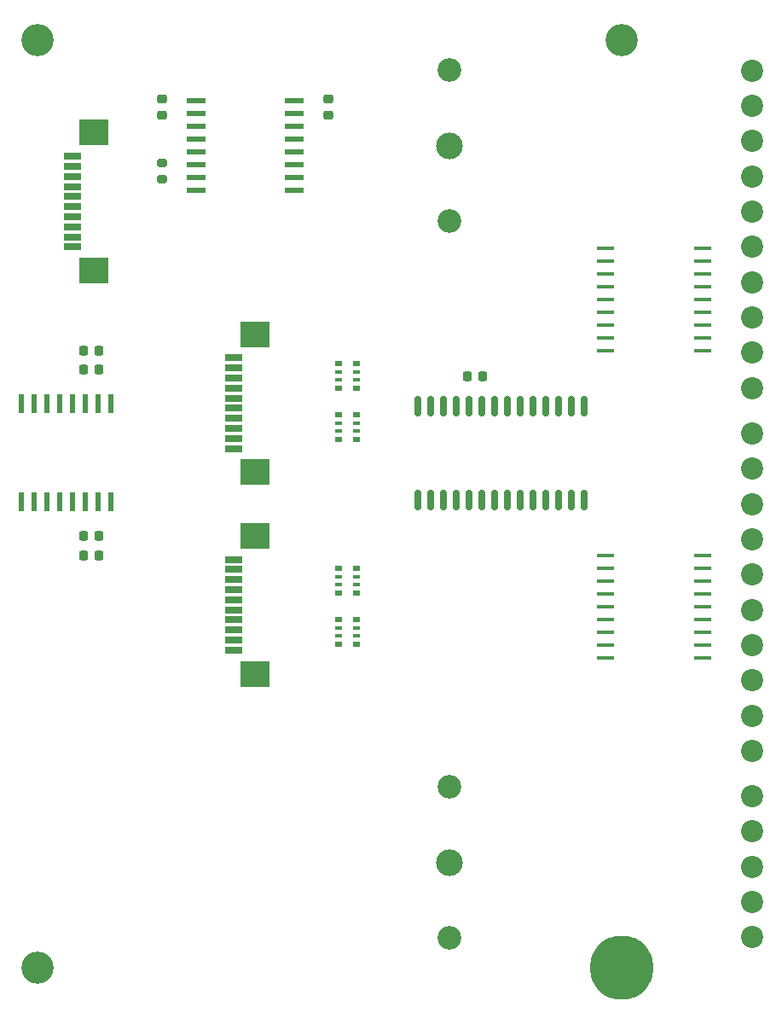
<source format=gbr>
%TF.GenerationSoftware,KiCad,Pcbnew,8.0.7-8.0.7-0~ubuntu24.04.1*%
%TF.CreationDate,2025-01-20T15:28:16+03:00*%
%TF.ProjectId,PM-DQ16-source,504d2d44-5131-4362-9d73-6f757263652e,rev?*%
%TF.SameCoordinates,Original*%
%TF.FileFunction,Soldermask,Top*%
%TF.FilePolarity,Negative*%
%FSLAX46Y46*%
G04 Gerber Fmt 4.6, Leading zero omitted, Abs format (unit mm)*
G04 Created by KiCad (PCBNEW 8.0.7-8.0.7-0~ubuntu24.04.1) date 2025-01-20 15:28:16*
%MOMM*%
%LPD*%
G01*
G04 APERTURE LIST*
G04 Aperture macros list*
%AMRoundRect*
0 Rectangle with rounded corners*
0 $1 Rounding radius*
0 $2 $3 $4 $5 $6 $7 $8 $9 X,Y pos of 4 corners*
0 Add a 4 corners polygon primitive as box body*
4,1,4,$2,$3,$4,$5,$6,$7,$8,$9,$2,$3,0*
0 Add four circle primitives for the rounded corners*
1,1,$1+$1,$2,$3*
1,1,$1+$1,$4,$5*
1,1,$1+$1,$6,$7*
1,1,$1+$1,$8,$9*
0 Add four rect primitives between the rounded corners*
20,1,$1+$1,$2,$3,$4,$5,0*
20,1,$1+$1,$4,$5,$6,$7,0*
20,1,$1+$1,$6,$7,$8,$9,0*
20,1,$1+$1,$8,$9,$2,$3,0*%
G04 Aperture macros list end*
%ADD10C,2.200000*%
%ADD11R,1.716000X0.450800*%
%ADD12C,2.650000*%
%ADD13C,2.350000*%
%ADD14R,0.800000X0.500000*%
%ADD15R,0.800000X0.400000*%
%ADD16RoundRect,0.225000X0.225000X0.250000X-0.225000X0.250000X-0.225000X-0.250000X0.225000X-0.250000X0*%
%ADD17RoundRect,0.225000X-0.225000X-0.250000X0.225000X-0.250000X0.225000X0.250000X-0.225000X0.250000X0*%
%ADD18RoundRect,0.225000X-0.250000X0.225000X-0.250000X-0.225000X0.250000X-0.225000X0.250000X0.225000X0*%
%ADD19C,3.200000*%
%ADD20RoundRect,0.150000X-0.150000X0.875000X-0.150000X-0.875000X0.150000X-0.875000X0.150000X0.875000X0*%
%ADD21R,1.803400X0.635000*%
%ADD22R,2.997200X2.590800*%
%ADD23R,1.854200X0.482600*%
%ADD24RoundRect,0.200000X0.275000X-0.200000X0.275000X0.200000X-0.275000X0.200000X-0.275000X-0.200000X0*%
%ADD25R,0.482600X1.854200*%
%ADD26O,6.350000X6.350000*%
G04 APERTURE END LIST*
D10*
%TO.C,J6*%
X25000000Y-29000000D03*
X25000000Y-32500000D03*
X25000000Y-36000000D03*
X25000000Y-39500000D03*
X25000000Y-43000000D03*
%TD*%
D11*
%TO.C,U6*%
X10389202Y25400000D03*
X10389202Y24130000D03*
X10389202Y22860000D03*
X10389202Y21590000D03*
X10389202Y20320000D03*
X10389202Y19050000D03*
X10389202Y17780000D03*
X10389202Y16510000D03*
X10389202Y15240000D03*
X20090798Y15240000D03*
X20090798Y16510000D03*
X20090798Y17780000D03*
X20090798Y19050000D03*
X20090798Y20320000D03*
X20090798Y21590000D03*
X20090798Y22860000D03*
X20090798Y24130000D03*
X20090798Y25400000D03*
%TD*%
D10*
%TO.C,J5*%
X25000000Y-24500000D03*
X25000000Y-21000000D03*
X25000000Y-17500000D03*
X25000000Y-14000000D03*
X25000000Y-10500000D03*
X25000000Y-7000000D03*
X25000000Y-3500000D03*
X25000000Y0D03*
X25000000Y3500000D03*
X25000000Y7000000D03*
%TD*%
%TO.C,J3*%
X25000000Y11500000D03*
X25000000Y15000000D03*
X25000000Y18500000D03*
X25000000Y22000000D03*
X25000000Y25500000D03*
X25000000Y29000000D03*
X25000000Y32500000D03*
X25000000Y36000000D03*
X25000000Y39500000D03*
X25000000Y43000000D03*
%TD*%
D12*
%TO.C,U8*%
X-5080000Y35560000D03*
D13*
X-5080000Y28060000D03*
X-5080000Y43060000D03*
%TD*%
D14*
%TO.C,RN3*%
X-16140000Y-6420000D03*
D15*
X-16140000Y-7220000D03*
X-16140000Y-8020000D03*
D14*
X-16140000Y-8820000D03*
X-14340000Y-8820000D03*
D15*
X-14340000Y-8020000D03*
X-14340000Y-7220000D03*
D14*
X-14340000Y-6420000D03*
%TD*%
D16*
%TO.C,C7*%
X-1765000Y12700000D03*
X-3315000Y12700000D03*
%TD*%
D14*
%TO.C,RN4*%
X-16140000Y-11500000D03*
D15*
X-16140000Y-12300000D03*
X-16140000Y-13100000D03*
D14*
X-16140000Y-13900000D03*
X-14340000Y-13900000D03*
D15*
X-14340000Y-13100000D03*
X-14340000Y-12300000D03*
D14*
X-14340000Y-11500000D03*
%TD*%
D17*
%TO.C,C5*%
X-41415000Y-5080000D03*
X-39865000Y-5080000D03*
%TD*%
D18*
%TO.C,C1*%
X-33655000Y40145000D03*
X-33655000Y38595000D03*
%TD*%
D19*
%TO.C,H3*%
X-46000000Y-46000000D03*
%TD*%
D12*
%TO.C,U9*%
X-5080000Y-35560000D03*
D13*
X-5080000Y-28060000D03*
X-5080000Y-43060000D03*
%TD*%
D14*
%TO.C,RN2*%
X-16140000Y8820000D03*
D15*
X-16140000Y8020000D03*
X-16140000Y7220000D03*
D14*
X-16140000Y6420000D03*
X-14340000Y6420000D03*
D15*
X-14340000Y7220000D03*
X-14340000Y8020000D03*
D14*
X-14340000Y8820000D03*
%TD*%
D11*
%TO.C,U7*%
X10389202Y-5080000D03*
X10389202Y-6350000D03*
X10389202Y-7620000D03*
X10389202Y-8890000D03*
X10389202Y-10160000D03*
X10389202Y-11430000D03*
X10389202Y-12700000D03*
X10389202Y-13970000D03*
X10389202Y-15240000D03*
X20090798Y-15240000D03*
X20090798Y-13970000D03*
X20090798Y-12700000D03*
X20090798Y-11430000D03*
X20090798Y-10160000D03*
X20090798Y-8890000D03*
X20090798Y-7620000D03*
X20090798Y-6350000D03*
X20090798Y-5080000D03*
%TD*%
D17*
%TO.C,C3*%
X-41415000Y15240000D03*
X-39865000Y15240000D03*
%TD*%
D20*
%TO.C,U3*%
X8255000Y9730000D03*
X6985000Y9730000D03*
X5715000Y9730000D03*
X4445000Y9730000D03*
X3175000Y9730000D03*
X1905000Y9730000D03*
X635000Y9730000D03*
X-635000Y9730000D03*
X-1905000Y9730000D03*
X-3175000Y9730000D03*
X-4445000Y9730000D03*
X-5715000Y9730000D03*
X-6985000Y9730000D03*
X-8255000Y9730000D03*
X-8255000Y430000D03*
X-6985000Y430000D03*
X-5715000Y430000D03*
X-4445000Y430000D03*
X-3175000Y430000D03*
X-1905000Y430000D03*
X-635000Y430000D03*
X635000Y430000D03*
X1905000Y430000D03*
X3175000Y430000D03*
X4445000Y430000D03*
X5715000Y430000D03*
X6985000Y430000D03*
X8255000Y430000D03*
%TD*%
D19*
%TO.C,H2*%
X-46000000Y46000000D03*
%TD*%
D14*
%TO.C,RN1*%
X-16140000Y13900000D03*
D15*
X-16140000Y13100000D03*
X-16140000Y12300000D03*
D14*
X-16140000Y11500000D03*
X-14340000Y11500000D03*
D15*
X-14340000Y12300000D03*
X-14340000Y13100000D03*
D14*
X-14340000Y13900000D03*
%TD*%
D19*
%TO.C,H1*%
X12000000Y46000000D03*
%TD*%
D17*
%TO.C,C4*%
X-41415000Y13335000D03*
X-39865000Y13335000D03*
%TD*%
D21*
%TO.C,J1*%
X-42556000Y25500009D03*
X-42556000Y26500007D03*
X-42556000Y27500005D03*
X-42556000Y28500003D03*
X-42556000Y29500001D03*
X-42556000Y30499999D03*
X-42556000Y31499997D03*
X-42556000Y32499995D03*
X-42556000Y33499993D03*
X-42556000Y34499991D03*
D22*
X-40385999Y23149998D03*
X-40385999Y36850002D03*
%TD*%
D23*
%TO.C,U4*%
X-30276800Y40005000D03*
X-30276800Y38735000D03*
X-30276800Y37465000D03*
X-30276800Y36195000D03*
X-30276800Y34925000D03*
X-30276800Y33655000D03*
X-30276800Y32385000D03*
X-30276800Y31115000D03*
X-20523200Y31115000D03*
X-20523200Y32385000D03*
X-20523200Y33655000D03*
X-20523200Y34925000D03*
X-20523200Y36195000D03*
X-20523200Y37465000D03*
X-20523200Y38735000D03*
X-20523200Y40005000D03*
%TD*%
D17*
%TO.C,C6*%
X-41415000Y-3175000D03*
X-39865000Y-3175000D03*
%TD*%
D24*
%TO.C,R1*%
X-33655000Y32195000D03*
X-33655000Y33845000D03*
%TD*%
D25*
%TO.C,U5*%
X-38735000Y9956800D03*
X-40005000Y9956800D03*
X-41275000Y9956800D03*
X-42545000Y9956800D03*
X-43815000Y9956800D03*
X-45085000Y9956800D03*
X-46355000Y9956800D03*
X-47625000Y9956800D03*
X-47625000Y203200D03*
X-46355000Y203200D03*
X-45085000Y203200D03*
X-43815000Y203200D03*
X-42545000Y203200D03*
X-41275000Y203200D03*
X-40005000Y203200D03*
X-38735000Y203200D03*
%TD*%
D18*
%TO.C,C2*%
X-17145000Y40145000D03*
X-17145000Y38595000D03*
%TD*%
D21*
%TO.C,J2*%
X-26556000Y5500009D03*
X-26556000Y6500007D03*
X-26556000Y7500005D03*
X-26556000Y8500003D03*
X-26556000Y9500001D03*
X-26556000Y10499999D03*
X-26556000Y11499997D03*
X-26556000Y12499995D03*
X-26556000Y13499993D03*
X-26556000Y14499991D03*
D22*
X-24385999Y3149998D03*
X-24385999Y16850002D03*
%TD*%
D26*
%TO.C,PE1*%
X12000000Y-46000000D03*
%TD*%
D21*
%TO.C,J4*%
X-26556000Y-14499991D03*
X-26556000Y-13499993D03*
X-26556000Y-12499995D03*
X-26556000Y-11499997D03*
X-26556000Y-10499999D03*
X-26556000Y-9500001D03*
X-26556000Y-8500003D03*
X-26556000Y-7500005D03*
X-26556000Y-6500007D03*
X-26556000Y-5500009D03*
D22*
X-24385999Y-16850002D03*
X-24385999Y-3149998D03*
%TD*%
M02*

</source>
